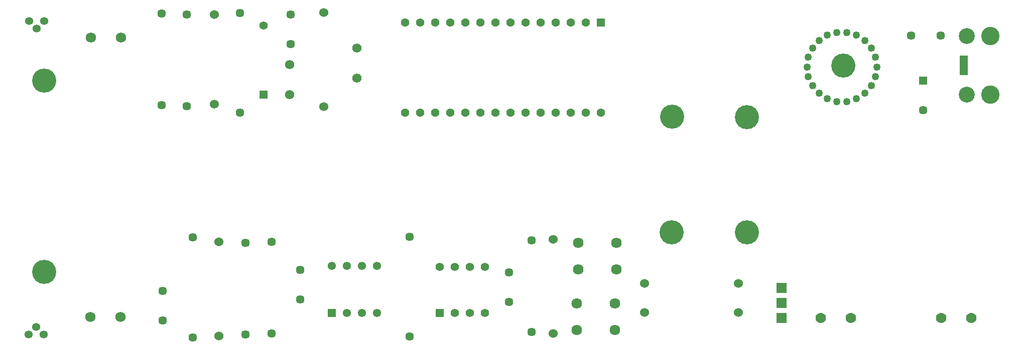
<source format=gbr>
G04 DesignSpark PCB Gerber Version 9.0 Build 5138 *
%FSLAX35Y35*%
%MOIN*%
%ADD141R,0.05449X0.05449*%
%ADD148R,0.05528X0.05528*%
%ADD139R,0.05563X0.05563*%
%ADD137R,0.05661X0.05661*%
%ADD151R,0.05724X0.05724*%
%ADD153R,0.07000X0.07000*%
%ADD19C,0.04937*%
%ADD152C,0.05331*%
%ADD142C,0.05449*%
%ADD149C,0.05528*%
%ADD140C,0.05563*%
%ADD138C,0.05661*%
%ADD145C,0.05724*%
%ADD146C,0.06020*%
%ADD147C,0.06181*%
%ADD144C,0.06819*%
%ADD17C,0.07000*%
%ADD143R,0.05331X0.02772*%
%ADD150C,0.07063*%
%ADD106C,0.10539*%
%ADD107C,0.12205*%
%ADD136C,0.16000*%
X0Y0D02*
D02*
D17*
X543238Y30100D03*
X563238D03*
X623238D03*
X643238D03*
D02*
D19*
X534100Y197100D03*
X535041Y203644D03*
X535043Y190551D03*
X537787Y209658D03*
X537790Y184538D03*
X542117Y214654D03*
X542120Y179542D03*
X547678Y218229D03*
X547683Y175969D03*
X554021Y220092D03*
X554027Y174107D03*
X560633Y220092D03*
X560638Y174109D03*
X566976Y218230D03*
X566981Y175972D03*
X572538Y214656D03*
X572542Y179548D03*
X576868Y209660D03*
X576871Y184544D03*
X579615Y203646D03*
X579617Y190559D03*
X580557Y197103D03*
D02*
D106*
X640167Y178612D03*
Y217588D03*
D02*
D107*
X655915Y178612D03*
Y217588D03*
D02*
D136*
X27600Y60600D03*
Y188100D03*
X444100Y87100D03*
X444600Y164100D03*
X494100Y87100D03*
Y163600D03*
X558100Y198100D03*
D02*
D137*
X397100Y226600D03*
D02*
D138*
X267100Y166600D03*
Y226600D03*
X277100Y166600D03*
Y226600D03*
X287100Y166600D03*
Y226600D03*
X297100Y166600D03*
Y226600D03*
X307100Y166600D03*
Y226600D03*
X317100Y166600D03*
Y226600D03*
X327100Y166600D03*
Y226600D03*
X337100Y166600D03*
Y226600D03*
X347100Y166600D03*
Y226600D03*
X357100Y166600D03*
Y226600D03*
X367100Y166600D03*
Y226600D03*
X377100Y166600D03*
Y226600D03*
X387100Y166600D03*
Y226600D03*
X397100Y166600D03*
D02*
D139*
X290100Y33226D03*
D02*
D140*
Y63974D03*
X300100Y33226D03*
Y63974D03*
X310100Y33226D03*
Y63974D03*
X320100Y33226D03*
Y63974D03*
D02*
D141*
X218600Y33470D03*
D02*
D142*
Y64730D03*
X228600Y33470D03*
Y64730D03*
X238600Y33470D03*
Y64730D03*
X248600Y33470D03*
Y64730D03*
D02*
D143*
X638120Y192982D03*
Y195541D03*
Y198100D03*
Y200659D03*
Y203218D03*
D02*
D144*
X58100Y30600D03*
X58600Y216600D03*
X78100Y30600D03*
X78600Y216600D03*
D02*
D145*
X105600Y171600D03*
Y232624D03*
X106100Y28415D03*
Y48100D03*
X122100Y171100D03*
Y232124D03*
X126100Y17100D03*
Y83635D03*
X157600Y166565D03*
Y233100D03*
X161100Y19076D03*
Y80100D03*
X178600Y19576D03*
Y80600D03*
X191100Y212415D03*
Y232100D03*
X197600Y42415D03*
Y62100D03*
X270100Y17600D03*
Y84135D03*
X336100Y40600D03*
Y60285D03*
X351100Y20576D03*
Y81600D03*
X603100Y218100D03*
X611100Y168415D03*
X622785Y218100D03*
D02*
D146*
X140600Y172257D03*
Y232100D03*
X143600Y18002D03*
Y80600D03*
X213100Y170600D03*
Y233198D03*
X365600Y19600D03*
Y82198D03*
X426100Y33600D03*
Y53100D03*
X488698Y33600D03*
Y53100D03*
D02*
D147*
X190600Y178600D03*
Y198600D03*
X235100Y189600D03*
Y209600D03*
D02*
D148*
X173100Y178600D03*
D02*
D149*
Y224663D03*
D02*
D150*
X381100Y21883D03*
Y39600D03*
X382100Y62383D03*
Y80100D03*
X406691Y21883D03*
Y39600D03*
X407691Y62383D03*
Y80100D03*
D02*
D151*
X611100Y188100D03*
D02*
D152*
X17100Y19100D03*
X17600Y227600D03*
X22100Y24100D03*
X22600Y222600D03*
X27100Y19100D03*
X27600Y227600D03*
D02*
D153*
X517100Y30100D03*
Y40100D03*
Y50100D03*
X0Y0D02*
M02*

</source>
